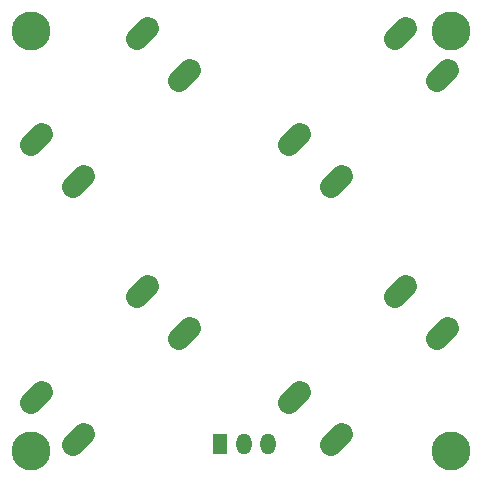
<source format=gbs>
%TF.GenerationSoftware,KiCad,Pcbnew,4.0.7*%
%TF.CreationDate,2018-07-15T20:14:49+02:00*%
%TF.ProjectId,KeyPad,4B65795061642E6B696361645F706362,v1.0*%
%TF.FileFunction,Soldermask,Bot*%
%FSLAX46Y46*%
G04 Gerber Fmt 4.6, Leading zero omitted, Abs format (unit mm)*
G04 Created by KiCad (PCBNEW 4.0.7) date 07/15/18 20:14:49*
%MOMM*%
%LPD*%
G01*
G04 APERTURE LIST*
%ADD10C,0.127000*%
%ADD11C,1.827200*%
%ADD12C,3.300000*%
%ADD13R,1.300000X1.800000*%
%ADD14O,1.300000X1.800000*%
G04 APERTURE END LIST*
D10*
D11*
X32580104Y-2308794D02*
X33514050Y-1374848D01*
X36172206Y-5900896D02*
X37106152Y-4966950D01*
X23599848Y-11289050D02*
X24533794Y-10355104D01*
X27191950Y-14881152D02*
X28125896Y-13947206D01*
X10736104Y-2308794D02*
X11670050Y-1374848D01*
X14328206Y-5900896D02*
X15262152Y-4966950D01*
X1755848Y-11289050D02*
X2689794Y-10355104D01*
X5347950Y-14881152D02*
X6281896Y-13947206D01*
D12*
X1778000Y-37211000D03*
X1778000Y-1651000D03*
X37338000Y-1651000D03*
X37338000Y-37211000D03*
D13*
X17805400Y-36626800D03*
D14*
X19805400Y-36626800D03*
X21805400Y-36626800D03*
D11*
X10736104Y-24152794D02*
X11670050Y-23218848D01*
X14328206Y-27744896D02*
X15262152Y-26810950D01*
X1755848Y-33133050D02*
X2689794Y-32199104D01*
X5347950Y-36725152D02*
X6281896Y-35791206D01*
X32580104Y-24152794D02*
X33514050Y-23218848D01*
X36172206Y-27744896D02*
X37106152Y-26810950D01*
X23599848Y-33133050D02*
X24533794Y-32199104D01*
X27191950Y-36725152D02*
X28125896Y-35791206D01*
M02*

</source>
